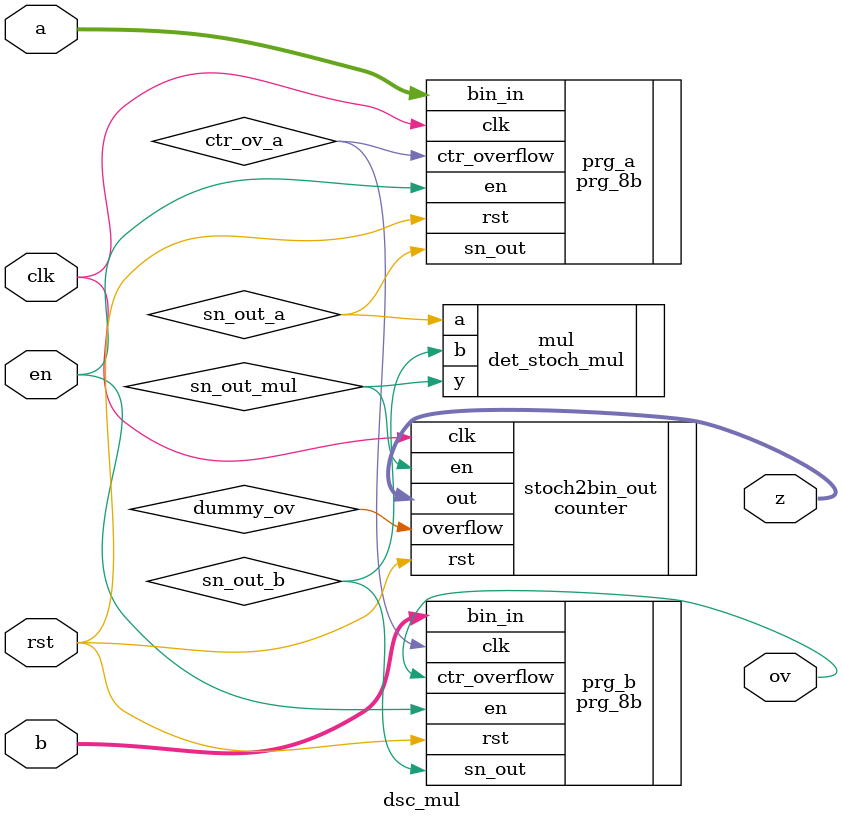
<source format=v>
`timescale 1 ns / 100 ps

`define SNG_WIDTH 8


module dsc_mul (
    a,
    b,
    z,
    clk,
    rst,
    en,
    ov);

   input [`SNG_WIDTH-1:0]        a,b;
   input                       clk,rst;
   input                       en;
   output [(2*`SNG_WIDTH)-1:0] z;
   output                      ov;
   

   wire                        sn_out_a,sn_out_b,sn_out_mul;
   wire                        ctr_ov_a,ctr_ov_b;
   wire                        dummy_ov;
   

   //SNG for input A
   prg_8b prg_a (
   .clk(clk),
   .rst(rst),
   .en(en),
   .bin_in(a),
   .sn_out(sn_out_a),
   .ctr_overflow(ctr_ov_a));

   //SNG for input B
   prg_8b prg_b (
   .clk(ctr_ov_a),
   .rst(rst),
   .en(en),
   .bin_in(b),
   .sn_out(sn_out_b),
   .ctr_overflow(ov));

//multiplier circuit
det_stoch_mul mul (
  .a(sn_out_a),
  .b(sn_out_b),
  .y(sn_out_mul)
);

//stoch2bin out
counter #(
  .WIDTH (2*`SNG_WIDTH)
) stoch2bin_out (
  .clk(clk),
  .rst(rst),
  .en(sn_out_mul),
  .out(z),
  .overflow(dummy_ov)
);
   
   
   
endmodule // dsc_mul



               







   
</source>
